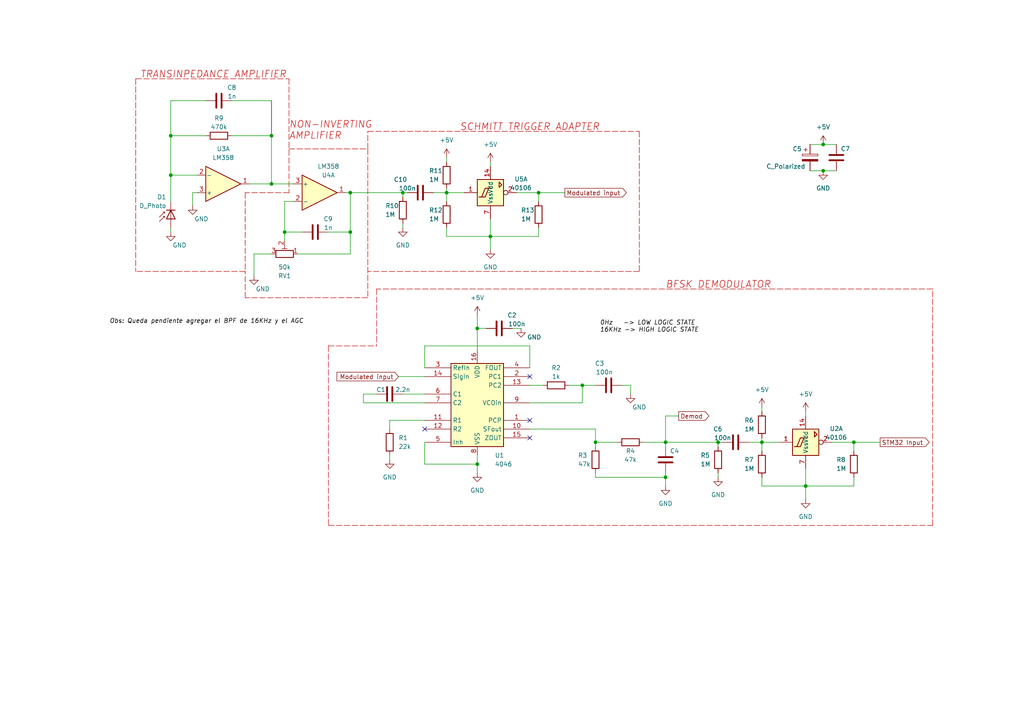
<source format=kicad_sch>
(kicad_sch (version 20230121) (generator eeschema)
  (paper "A4")
  (lib_symbols
    (symbol "4xxx_IEEE:40106"
      (property "Reference" "U" (at 5.08 5.08 0))
      (property "Value" "40106" (at 1.27 -5.08 0))
      (symbol "40106_0_0"
        (rectangle (start -3.81 3.81) (end 3.81 -3.81) (stroke (width 0.254)) (fill (type background)))
        (polyline (pts (xy -0.508 1.27) (xy -1.524 -1.27) (xy -2.54 -1.27) (xy -2.54 -1.27)) (stroke (width 0.254)) (fill (type background)))
        (polyline (pts (xy 0.254 1.27) (xy -1.524 1.27) (xy -2.54 -1.27) (xy -3.302 -1.27) (xy -3.302 -1.27)) (stroke (width 0.254)) (fill (type background)))
        (polyline (pts (xy 2.54 3.048) (xy 2.54 1.524) (xy 3.302 2.286) (xy 2.54 3.048) (xy 2.54 3.048)) (stroke (width 0.254)) (fill (type background)))
      )
      (symbol "40106_0_1"
        (pin power_in line (at 0 7.62 270) (length 3.81) (name "Vdd") (number "14"))
        (pin power_in line (at 0 -7.62 90) (length 3.81) (name "Vss") (number "7"))
      )
      (symbol "40106_1_1"
        (pin input line (at -7.62 0 0) (length 3.81) (name "~") (number "1"))
        (pin output inverted (at 7.62 0 180) (length 3.81) (name "~") (number "2"))
      )
      (symbol "40106_2_1"
        (pin input line (at -7.62 0 0) (length 3.81) (name "~") (number "3"))
        (pin output inverted (at 7.62 0 180) (length 3.81) (name "~") (number "4"))
      )
      (symbol "40106_3_1"
        (pin input line (at -7.62 0 0) (length 3.81) (name "~") (number "5"))
        (pin output inverted (at 7.62 0 180) (length 3.81) (name "~") (number "6"))
      )
      (symbol "40106_4_1"
        (pin output inverted (at 7.62 0 180) (length 3.81) (name "~") (number "8"))
        (pin input line (at -7.62 0 0) (length 3.81) (name "~") (number "9"))
      )
      (symbol "40106_5_1"
        (pin output inverted (at 7.62 0 180) (length 3.81) (name "~") (number "10"))
        (pin input line (at -7.62 0 0) (length 3.81) (name "~") (number "11"))
      )
      (symbol "40106_6_1"
        (pin output inverted (at 7.62 0 180) (length 3.81) (name "~") (number "12"))
        (pin input line (at -7.62 0 0) (length 3.81) (name "~") (number "13"))
      )
    )
    (symbol "4xxx_IEEE:4046"
      (property "Reference" "U" (at 8.89 12.7 0))
      (property "Value" "4046" (at 8.89 -15.24 0))
      (symbol "4046_0_1"
        (rectangle (start -7.62 11.43) (end 7.62 -12.7) (stroke (width 0.254)) (fill (type background)))
        (pin power_in line (at 0 15.24 270) (length 3.81) (name "VDD") (number "16"))
        (pin power_in line (at 0 -15.24 90) (length 2.54) (name "VSS") (number "8"))
      )
      (symbol "4046_1_1"
        (pin output line (at 15.24 -5.08 180) (length 7.62) (name "PCP") (number "1"))
        (pin output line (at 15.24 -7.62 180) (length 7.62) (name "SFout") (number "10"))
        (pin input line (at -15.24 -5.08 0) (length 7.62) (name "R1") (number "11"))
        (pin input line (at -15.24 -7.62 0) (length 7.62) (name "R2") (number "12"))
        (pin tri_state line (at 15.24 5.08 180) (length 7.62) (name "PC2") (number "13"))
        (pin input line (at -15.24 7.62 0) (length 7.62) (name "SigIn") (number "14"))
        (pin output line (at 15.24 -10.16 180) (length 7.62) (name "ZOUT") (number "15"))
        (pin output line (at 15.24 7.62 180) (length 7.62) (name "PC1") (number "2"))
        (pin input line (at -15.24 10.16 0) (length 7.62) (name "RefIn") (number "3"))
        (pin input line (at 15.24 10.16 180) (length 7.62) (name "FOUT") (number "4"))
        (pin input line (at -15.24 -11.43 0) (length 7.62) (name "Inh") (number "5"))
        (pin input line (at -15.24 2.54 0) (length 7.62) (name "C1") (number "6"))
        (pin input line (at -15.24 0 0) (length 7.62) (name "C2") (number "7"))
        (pin input line (at 15.24 0 180) (length 7.62) (name "VCOin") (number "9"))
      )
    )
    (symbol "Amplifier_Operational:LM358" (pin_names (offset 0.127))
      (property "Reference" "U" (at 0 5.08 0))
      (property "Value" "LM358" (at 0 -5.08 0))
      (symbol "LM358_1_1"
        (polyline (pts (xy -5.08 5.08) (xy 5.08 0) (xy -5.08 -5.08) (xy -5.08 5.08)) (stroke (width 0.254)) (fill (type background)))
        (pin output line (at 7.62 0 180) (length 2.54) (name "~") (number "1"))
        (pin input line (at -7.62 -2.54 0) (length 2.54) (name "-") (number "2"))
        (pin input line (at -7.62 2.54 0) (length 2.54) (name "+") (number "3"))
      )
      (symbol "LM358_2_1"
        (polyline (pts (xy -5.08 5.08) (xy 5.08 0) (xy -5.08 -5.08) (xy -5.08 5.08)) (stroke (width 0.254)) (fill (type background)))
        (pin input line (at -7.62 2.54 0) (length 2.54) (name "+") (number "5"))
        (pin input line (at -7.62 -2.54 0) (length 2.54) (name "-") (number "6"))
        (pin output line (at 7.62 0 180) (length 2.54) (name "~") (number "7"))
      )
      (symbol "LM358_3_1"
        (pin power_in line (at -2.54 -7.62 90) (length 3.81) (name "V-") (number "4"))
        (pin power_in line (at -2.54 7.62 270) (length 3.81) (name "V+") (number "8"))
      )
    )
    (symbol "Device:C" (pin_numbers hide) (pin_names (offset 0.254))
      (property "Reference" "C" (at 0.635 2.54 0))
      (property "Value" "C" (at 0.635 -2.54 0))
      (symbol "C_0_1"
        (polyline (pts (xy -2.032 -0.762) (xy 2.032 -0.762)) (stroke (width 0.508)))
        (polyline (pts (xy -2.032 0.762) (xy 2.032 0.762)) (stroke (width 0.508)))
      )
      (symbol "C_1_1"
        (pin passive line (at 0 3.81 270) (length 2.794) (name "~") (number "1"))
        (pin passive line (at 0 -3.81 90) (length 2.794) (name "~") (number "2"))
      )
    )
    (symbol "Device:C_Polarized" (pin_numbers hide) (pin_names (offset 0.254))
      (property "Reference" "C" (at 0.635 2.54 0))
      (property "Value" "C_Polarized" (at 0.635 -2.54 0))
      (symbol "C_Polarized_0_1"
        (rectangle (start -2.286 0.508) (end 2.286 1.016))
        (polyline (pts (xy -1.778 2.286) (xy -0.762 2.286)))
        (polyline (pts (xy -1.27 2.794) (xy -1.27 1.778)))
        (rectangle (start 2.286 -0.508) (end -2.286 -1.016) (fill (type outline)))
      )
      (symbol "C_Polarized_1_1"
        (pin passive line (at 0 3.81 270) (length 2.794) (name "~") (number "1"))
        (pin passive line (at 0 -3.81 90) (length 2.794) (name "~") (number "2"))
      )
    )
    (symbol "Device:D_Photo" (pin_numbers hide) (pin_names hide)
      (property "Reference" "D" (at 0.508 1.778 0))
      (property "Value" "D_Photo" (at -1.016 -2.794 0))
      (symbol "D_Photo_0_1"
        (polyline (pts (xy -2.54 1.27) (xy -2.54 -1.27)) (stroke (width 0.254)))
        (polyline (pts (xy -2.032 1.778) (xy -1.524 1.778)))
        (polyline (pts (xy 0 0) (xy -2.54 0)))
        (polyline (pts (xy -0.508 3.302) (xy -2.032 1.778) (xy -2.032 2.286)))
        (polyline (pts (xy 0 -1.27) (xy 0 1.27) (xy -2.54 0) (xy 0 -1.27)) (stroke (width 0.254)))
        (polyline (pts (xy 0.762 3.302) (xy -0.762 1.778) (xy -0.762 2.286) (xy -0.762 1.778) (xy -0.254 1.778)))
      )
      (symbol "D_Photo_1_1"
        (pin passive line (at -5.08 0 0) (length 2.54) (name "K") (number "1"))
        (pin passive line (at 2.54 0 180) (length 2.54) (name "A") (number "2"))
      )
    )
    (symbol "Device:R" (pin_numbers hide) (pin_names (offset 0))
      (property "Reference" "R" (at 2.032 0 90))
      (property "Value" "R" (at 0 0 90))
      (symbol "R_0_1"
        (rectangle (start -1.016 -2.54) (end 1.016 2.54) (stroke (width 0.254)))
      )
      (symbol "R_1_1"
        (pin passive line (at 0 3.81 270) (length 1.27) (name "~") (number "1"))
        (pin passive line (at 0 -3.81 90) (length 1.27) (name "~") (number "2"))
      )
    )
    (symbol "Device:R_Potentiometer_Trim" (pin_names (offset 1.016) hide)
      (property "Reference" "RV" (at -4.445 0 90))
      (property "Value" "R_Potentiometer_Trim" (at -2.54 0 90))
      (symbol "R_Potentiometer_Trim_0_1"
        (polyline (pts (xy 1.524 0.762) (xy 1.524 -0.762)))
        (polyline (pts (xy 2.54 0) (xy 1.524 0)))
        (rectangle (start 1.016 2.54) (end -1.016 -2.54) (stroke (width 0.254)))
      )
      (symbol "R_Potentiometer_Trim_1_1"
        (pin passive line (at 0 3.81 270) (length 1.27) (name "1") (number "1"))
        (pin passive line (at 3.81 0 180) (length 1.27) (name "2") (number "2"))
        (pin passive line (at 0 -3.81 90) (length 1.27) (name "3") (number "3"))
      )
    )
    (symbol "power:+5V" (power) (pin_names (offset 0))
      (property "Value" "+5V" (at 0 3.556 0))
      (symbol "+5V_0_1"
        (polyline (pts (xy -0.762 1.27) (xy 0 2.54)))
        (polyline (pts (xy 0 0) (xy 0 2.54)))
        (polyline (pts (xy 0 2.54) (xy 0.762 1.27)))
      )
      (symbol "+5V_1_1"
        (pin power_in line (at 0 0 90) (length 0) hide (name "+5V") (number "1"))
      )
    )
    (symbol "power:GND" (power) (pin_names (offset 0))
      (property "Value" "GND" (at 0 -3.81 0))
      (symbol "GND_0_1"
        (polyline (pts (xy 0 0) (xy 0 -1.27) (xy 1.27 -1.27) (xy 0 -2.54) (xy -1.27 -1.27) (xy 0 -1.27)))
      )
      (symbol "GND_1_1"
        (pin power_in line (at 0 0 270) (length 0) hide (name "GND") (number "1"))
      )
    )
  )
  (junction (at 220.98 128.27))
  (junction (at 129.54 55.88))
  (junction (at 168.91 111.76))
  (junction (at 142.24 68.58))
  (junction (at 101.6 67.31))
  (junction (at 82.55 67.31))
  (junction (at 116.84 55.88))
  (junction (at 78.74 39.37))
  (junction (at 238.76 41.91))
  (junction (at 193.04 128.27))
  (junction (at 172.72 128.27))
  (junction (at 193.04 138.43))
  (junction (at 238.76 49.53))
  (junction (at 138.43 134.62))
  (junction (at 138.43 95.25))
  (junction (at 247.65 128.27))
  (junction (at 156.21 55.88))
  (junction (at 208.28 128.27))
  (junction (at 233.68 140.97))
  (junction (at 49.53 39.37))
  (junction (at 49.53 50.8))
  (junction (at 78.74 53.34))
  (junction (at 101.6 55.88))
  (no_connect (at 123.19 124.46))
  (no_connect (at 153.67 109.22))
  (no_connect (at 153.67 121.92))
  (no_connect (at 153.67 127))
  (wire (pts (xy 49.53 50.8) (xy 57.15 50.8)))
  (wire (pts (xy 138.43 132.08) (xy 138.43 134.62)))
  (wire (pts (xy 115.57 109.22) (xy 123.19 109.22)))
  (wire (pts (xy 125.73 55.88) (xy 129.54 55.88)))
  (wire (pts (xy 101.6 73.66) (xy 101.6 67.31)))
  (wire (pts (xy 172.72 128.27) (xy 179.07 128.27)))
  (polyline (pts (xy 185.42 38.1) (xy 185.42 78.74)) (stroke (width 0) (type dash) (color 194 0 0 1)))
  (wire (pts (xy 113.03 132.08) (xy 113.03 133.35)))
  (polyline (pts (xy 106.68 86.36) (xy 71.12 86.36)) (stroke (width 0) (type dash) (color 194 0 0 1)))
  (wire (pts (xy 172.72 128.27) (xy 172.72 129.54)))
  (wire (pts (xy 129.54 55.88) (xy 129.54 58.42)))
  (wire (pts (xy 193.04 120.65) (xy 196.85 120.65)))
  (wire (pts (xy 82.55 58.42) (xy 82.55 67.31)))
  (wire (pts (xy 193.04 138.43) (xy 193.04 140.97)))
  (wire (pts (xy 172.72 124.46) (xy 172.72 128.27)))
  (wire (pts (xy 85.09 58.42) (xy 82.55 58.42)))
  (wire (pts (xy 156.21 58.42) (xy 156.21 55.88)))
  (wire (pts (xy 123.19 100.33) (xy 153.67 100.33)))
  (wire (pts (xy 129.54 55.88) (xy 134.62 55.88)))
  (wire (pts (xy 233.68 119.38) (xy 233.68 120.65)))
  (wire (pts (xy 138.43 95.25) (xy 138.43 101.6)))
  (wire (pts (xy 49.53 66.04) (xy 49.53 67.31)))
  (wire (pts (xy 49.53 58.42) (xy 49.53 50.8)))
  (wire (pts (xy 217.17 128.27) (xy 220.98 128.27)))
  (wire (pts (xy 208.28 137.16) (xy 208.28 138.43)))
  (wire (pts (xy 101.6 55.88) (xy 116.84 55.88)))
  (wire (pts (xy 238.76 49.53) (xy 242.57 49.53)))
  (wire (pts (xy 193.04 128.27) (xy 208.28 128.27)))
  (polyline (pts (xy 106.68 38.1) (xy 185.42 38.1)) (stroke (width 0) (type dash) (color 194 0 0 1)))
  (polyline (pts (xy 270.51 83.82) (xy 109.22 83.82)) (stroke (width 0) (type dash) (color 194 0 0 1)))
  (wire (pts (xy 168.91 111.76) (xy 172.72 111.76)))
  (wire (pts (xy 168.91 116.84) (xy 168.91 111.76)))
  (wire (pts (xy 220.98 138.43) (xy 220.98 140.97)))
  (wire (pts (xy 220.98 140.97) (xy 233.68 140.97)))
  (wire (pts (xy 233.68 135.89) (xy 233.68 140.97)))
  (wire (pts (xy 138.43 95.25) (xy 140.97 95.25)))
  (wire (pts (xy 220.98 128.27) (xy 226.06 128.27)))
  (wire (pts (xy 238.76 41.91) (xy 242.57 41.91)))
  (wire (pts (xy 129.54 45.72) (xy 129.54 46.99)))
  (polyline (pts (xy 106.68 43.18) (xy 106.68 38.1)) (stroke (width 0) (type dash) (color 194 0 0 1)))
  (wire (pts (xy 247.65 128.27) (xy 255.27 128.27)))
  (polyline (pts (xy 71.12 86.36) (xy 71.12 78.74)) (stroke (width 0) (type dash) (color 194 0 0 1)))
  (wire (pts (xy 109.22 114.3) (xy 105.41 114.3)))
  (polyline (pts (xy 39.37 22.86) (xy 39.37 78.74)) (stroke (width 0) (type dash) (color 194 0 0 1)))
  (wire (pts (xy 129.54 66.04) (xy 129.54 68.58)))
  (polyline (pts (xy 95.25 100.33) (xy 95.25 152.4)) (stroke (width 0) (type dash) (color 194 0 0 1)))
  (wire (pts (xy 247.65 130.81) (xy 247.65 128.27)))
  (wire (pts (xy 55.88 59.69) (xy 55.88 55.88)))
  (wire (pts (xy 138.43 91.44) (xy 138.43 95.25)))
  (wire (pts (xy 208.28 128.27) (xy 209.55 128.27)))
  (polyline (pts (xy 83.82 22.86) (xy 83.82 55.88)) (stroke (width 0) (type dash) (color 194 0 0 1)))
  (wire (pts (xy 165.1 111.76) (xy 168.91 111.76)))
  (polyline (pts (xy 95.25 100.33) (xy 109.22 100.33)) (stroke (width 0) (type dash) (color 194 0 0 1)))
  (wire (pts (xy 233.68 140.97) (xy 233.68 144.78)))
  (wire (pts (xy 234.95 41.91) (xy 238.76 41.91)))
  (wire (pts (xy 182.88 111.76) (xy 182.88 114.3)))
  (wire (pts (xy 116.84 64.77) (xy 116.84 66.04)))
  (wire (pts (xy 78.74 53.34) (xy 85.09 53.34)))
  (wire (pts (xy 129.54 54.61) (xy 129.54 55.88)))
  (wire (pts (xy 105.41 114.3) (xy 105.41 116.84)))
  (polyline (pts (xy 106.68 43.18) (xy 106.68 86.36)) (stroke (width 0) (type dash) (color 194 0 0 1)))
  (wire (pts (xy 59.69 39.37) (xy 49.53 39.37)))
  (wire (pts (xy 138.43 134.62) (xy 138.43 137.16)))
  (wire (pts (xy 153.67 100.33) (xy 153.67 106.68)))
  (wire (pts (xy 156.21 66.04) (xy 156.21 68.58)))
  (wire (pts (xy 241.3 128.27) (xy 247.65 128.27)))
  (wire (pts (xy 49.53 39.37) (xy 49.53 50.8)))
  (wire (pts (xy 142.24 46.99) (xy 142.24 48.26)))
  (wire (pts (xy 142.24 63.5) (xy 142.24 68.58)))
  (wire (pts (xy 220.98 127) (xy 220.98 128.27)))
  (wire (pts (xy 78.74 39.37) (xy 78.74 53.34)))
  (wire (pts (xy 78.74 29.21) (xy 78.74 39.37)) (stroke (width 0) (color 0 0 132 1)))
  (wire (pts (xy 78.74 53.34) (xy 72.39 53.34)))
  (wire (pts (xy 156.21 68.58) (xy 142.24 68.58)))
  (polyline (pts (xy 71.12 55.88) (xy 71.12 78.74)) (stroke (width 0) (type dash) (color 194 0 0 1)))
  (wire (pts (xy 153.67 111.76) (xy 157.48 111.76)))
  (wire (pts (xy 59.69 29.21) (xy 49.53 29.21)))
  (wire (pts (xy 220.98 118.11) (xy 220.98 119.38)))
  (polyline (pts (xy 95.25 152.4) (xy 270.51 152.4)) (stroke (width 0) (type dash) (color 194 0 0 1)))
  (wire (pts (xy 82.55 67.31) (xy 82.55 69.85)))
  (wire (pts (xy 116.84 55.88) (xy 116.84 57.15)))
  (wire (pts (xy 153.67 116.84) (xy 168.91 116.84)))
  (wire (pts (xy 193.04 120.65) (xy 193.04 128.27)))
  (wire (pts (xy 193.04 128.27) (xy 193.04 129.54)))
  (wire (pts (xy 234.95 49.53) (xy 238.76 49.53)))
  (wire (pts (xy 67.31 29.21) (xy 78.74 29.21)))
  (wire (pts (xy 55.88 55.88) (xy 57.15 55.88)))
  (polyline (pts (xy 109.22 83.82) (xy 109.22 100.33)) (stroke (width 0) (type dash) (color 194 0 0 1)))
  (wire (pts (xy 73.66 73.66) (xy 73.66 80.01)))
  (wire (pts (xy 148.59 95.25) (xy 151.13 95.25)))
  (polyline (pts (xy 71.12 78.74) (xy 39.37 78.74)) (stroke (width 0) (type dash) (color 194 0 0 1)))
  (wire (pts (xy 156.21 55.88) (xy 163.83 55.88)))
  (wire (pts (xy 208.28 128.27) (xy 208.28 129.54)))
  (wire (pts (xy 101.6 55.88) (xy 100.33 55.88)))
  (wire (pts (xy 247.65 138.43) (xy 247.65 140.97)))
  (wire (pts (xy 49.53 29.21) (xy 49.53 39.37)))
  (polyline (pts (xy 270.51 152.4) (xy 270.51 83.82)) (stroke (width 0) (type dash) (color 194 0 0 1)))
  (wire (pts (xy 67.31 39.37) (xy 78.74 39.37)))
  (wire (pts (xy 220.98 128.27) (xy 220.98 130.81)))
  (wire (pts (xy 95.25 67.31) (xy 101.6 67.31)))
  (wire (pts (xy 78.74 73.66) (xy 73.66 73.66)))
  (wire (pts (xy 180.34 111.76) (xy 182.88 111.76)))
  (wire (pts (xy 172.72 138.43) (xy 193.04 138.43)))
  (wire (pts (xy 123.19 134.62) (xy 138.43 134.62)))
  (wire (pts (xy 123.19 121.92) (xy 113.03 121.92)))
  (wire (pts (xy 153.67 124.46) (xy 172.72 124.46)))
  (wire (pts (xy 193.04 137.16) (xy 193.04 138.43)))
  (wire (pts (xy 116.84 114.3) (xy 123.19 114.3)))
  (wire (pts (xy 123.19 106.68) (xy 123.19 100.33)))
  (wire (pts (xy 129.54 68.58) (xy 142.24 68.58)))
  (wire (pts (xy 82.55 67.31) (xy 87.63 67.31)))
  (wire (pts (xy 247.65 140.97) (xy 233.68 140.97)))
  (polyline (pts (xy 83.82 43.18) (xy 106.68 43.18)) (stroke (width 0) (type dash) (color 194 0 0 1)))
  (wire (pts (xy 142.24 68.58) (xy 142.24 72.39)))
  (wire (pts (xy 105.41 116.84) (xy 123.19 116.84)))
  (wire (pts (xy 149.86 55.88) (xy 156.21 55.88)))
  (polyline (pts (xy 185.42 78.74) (xy 106.68 78.74)) (stroke (width 0) (type dash) (color 194 0 0 1)))
  (polyline (pts (xy 39.37 22.86) (xy 83.82 22.86)) (stroke (width 0) (type dash) (color 194 0 0 1)))
  (wire (pts (xy 123.19 128.27) (xy 123.19 134.62)))
  (wire (pts (xy 116.84 55.88) (xy 118.11 55.88)))
  (wire (pts (xy 186.69 128.27) (xy 193.04 128.27)))
  (polyline (pts (xy 83.82 55.88) (xy 71.12 55.88)) (stroke (width 0) (type dash) (color 194 0 0 1)))
  (wire (pts (xy 172.72 138.43) (xy 172.72 137.16)))
  (wire (pts (xy 113.03 121.92) (xy 113.03 124.46)))
  (wire (pts (xy 86.36 73.66) (xy 101.6 73.66)))
  (wire (pts (xy 101.6 67.31) (xy 101.6 55.88)))
  (text "NON-INVERTING\nAMPLIFIER" (at 83.82 40.64 0) (effects (font (size 2 2) italic) (justify left bottom)))
  (text "TRANSINPEDANCE AMPLIFIER" (at 40.64 22.86 0) (effects (font (size 2 2) italic) (justify left bottom)))
  (text "SCHMITT TRIGGER ADAPTER" (at 133.35 38.1 0) (effects (font (size 2 2) italic) (justify left bottom)))
  (text "0Hz	  -> LOW LOGIC STATE\n16KHz -> HIGH LOGIC STATE" (at 173.99 96.52 0) (effects (font (size 1.27 1.27) italic) (justify left bottom)))
  (text "Obs: Queda pendiente agregar el BPF de 16KHz y el AGC" (at 31.75 93.98 0) (effects (font (size 1.27 1.27) italic) (justify left bottom)))
  (text "BFSK DEMODULATOR" (at 193.04 83.82 0) (effects (font (size 2 2) italic) (justify left bottom)))
  (global_label "Modulated input" (shape input) (at 115.57 109.22 180) (property "Intersheetrefs" "${INTERSHEET_REFS}" (effects hide)))
  (global_label "Demod" (shape output) (at 196.85 120.65 0) (property "Intersheetrefs" "${INTERSHEET_REFS}" (effects hide)))
  (global_label "STM32 Input" (shape output) (at 255.27 128.27 0) (property "Intersheetrefs" "${INTERSHEET_REFS}" (effects hide)))
  (global_label "Modulated input" (shape output) (at 163.83 55.88 0) (property "Intersheetrefs" "${INTERSHEET_REFS}" (effects hide)))
  (symbol (lib_id "Device:R") (at 220.98 134.62 0) (unit 1)
    (property "Reference" "R7" (at 215.9 133.35 0) (effects (justify left)))
    (property "Value" "1M" (at 215.9 135.89 0) (effects (justify left)))
  )
  (symbol (lib_id "power:+5V") (at 233.68 119.38 0) (unit 1)
    (property "Reference" "#PWR011" (effects hide))
    (property "Value" "+5V" (at 233.68 114.3 0))
  )
  (symbol (lib_id "4xxx_IEEE:4046") (at 138.43 116.84 0) (unit 1)
    (property "Reference" "U1" (at 143.51 132.08 0) (effects (justify left)))
    (property "Value" "4046" (at 143.51 134.62 0) (effects (justify left)))
  )
  (symbol (lib_id "Amplifier_Operational:LM358") (at 64.77 53.34 0) (mirror x) (unit 1)
    (property "Reference" "U3" (at 64.77 43.18 0))
    (property "Value" "LM358" (at 64.77 45.72 0))
    (property "Datasheet" "http://www.ti.com/lit/ds/symlink/lm2904-n.pdf" (effects hide))
  )
  (symbol (lib_id "Device:C_Polarized") (at 234.95 45.72 0) (unit 1)
    (property "Reference" "C5" (at 229.87 43.18 0) (effects (justify left)))
    (property "Value" "C_Polarized" (at 222.25 48.26 0) (effects (justify left)))
  )
  (symbol (lib_id "Device:C") (at 113.03 114.3 90) (unit 1)
    (property "Reference" "C1" (at 110.49 113.03 90))
    (property "Value" "2.2n" (at 116.84 113.03 90))
  )
  (symbol (lib_id "Device:R") (at 113.03 128.27 0) (unit 1)
    (property "Reference" "R1" (at 115.57 127 0) (effects (justify left)))
    (property "Value" "22k" (at 115.57 129.54 0) (effects (justify left)))
  )
  (symbol (lib_id "power:GND") (at 182.88 114.3 0) (unit 1)
    (property "Reference" "#PWR05" (effects hide))
    (property "Value" "GND" (at 185.42 118.11 0))
  )
  (symbol (lib_id "power:+5V") (at 238.76 41.91 0) (unit 1)
    (property "Reference" "#PWR08" (effects hide))
    (property "Value" "+5V" (at 238.76 36.83 0))
  )
  (symbol (lib_id "Device:R") (at 247.65 134.62 0) (unit 1)
    (property "Reference" "R8" (at 242.57 133.35 0) (effects (justify left)))
    (property "Value" "1M" (at 242.57 135.89 0) (effects (justify left)))
  )
  (symbol (lib_id "Device:R") (at 208.28 133.35 0) (unit 1)
    (property "Reference" "R5" (at 203.2 132.08 0) (effects (justify left)))
    (property "Value" "1M" (at 203.2 134.62 0) (effects (justify left)))
  )
  (symbol (lib_id "power:GND") (at 193.04 140.97 0) (unit 1)
    (property "Reference" "#PWR06" (effects hide))
    (property "Value" "GND" (at 193.04 146.05 0))
  )
  (symbol (lib_id "Device:R") (at 63.5 39.37 90) (unit 1)
    (property "Reference" "R9" (at 63.5 34.29 90))
    (property "Value" "470k" (at 63.5 36.83 90))
  )
  (symbol (lib_id "Device:C") (at 176.53 111.76 90) (unit 1)
    (property "Reference" "C3" (at 175.26 105.41 90) (effects (justify left)))
    (property "Value" "100n" (at 177.8 107.95 90) (effects (justify left)))
  )
  (symbol (lib_id "power:GND") (at 138.43 137.16 0) (unit 1)
    (property "Reference" "#PWR03" (effects hide))
    (property "Value" "GND" (at 138.43 142.24 0))
  )
  (symbol (lib_id "power:GND") (at 113.03 133.35 0) (unit 1)
    (property "Reference" "#PWR01" (effects hide))
    (property "Value" "GND" (at 113.03 138.43 0))
  )
  (symbol (lib_id "Device:C") (at 213.36 128.27 90) (unit 1)
    (property "Reference" "C6" (at 209.55 124.46 90) (effects (justify left)))
    (property "Value" "100n" (at 212.09 127 90) (effects (justify left)))
  )
  (symbol (lib_id "4xxx_IEEE:40106") (at 233.68 128.27 0) (unit 1)
    (property "Reference" "U2" (at 242.57 124.3331 0))
    (property "Value" "40106" (at 242.57 126.8731 0))
  )
  (symbol (lib_id "power:+5V") (at 142.24 46.99 0) (unit 1)
    (property "Reference" "#PWR018" (effects hide))
    (property "Value" "+5V" (at 142.24 41.91 0))
  )
  (symbol (lib_id "power:+5V") (at 138.43 91.44 0) (unit 1)
    (property "Reference" "#PWR02" (effects hide))
    (property "Value" "+5V" (at 138.43 86.36 0))
  )
  (symbol (lib_id "power:+5V") (at 220.98 118.11 0) (unit 1)
    (property "Reference" "#PWR010" (effects hide))
    (property "Value" "+5V" (at 220.98 113.03 0))
  )
  (symbol (lib_id "Device:R") (at 116.84 60.96 0) (unit 1)
    (property "Reference" "R10" (at 111.76 59.69 0) (effects (justify left)))
    (property "Value" "1M" (at 111.76 62.23 0) (effects (justify left)))
  )
  (symbol (lib_id "Device:C") (at 63.5 29.21 90) (unit 1)
    (property "Reference" "C8" (at 68.58 25.4 90) (effects (justify left)))
    (property "Value" "1n" (at 68.58 27.94 90) (effects (justify left)))
  )
  (symbol (lib_id "Device:R") (at 129.54 50.8 0) (unit 1)
    (property "Reference" "R11" (at 124.46 49.53 0) (effects (justify left)))
    (property "Value" "1M" (at 124.46 52.07 0) (effects (justify left)))
  )
  (symbol (lib_id "power:GND") (at 55.88 59.69 0) (unit 1)
    (property "Reference" "#PWR014" (effects hide))
    (property "Value" "GND" (at 58.42 63.5 0))
  )
  (symbol (lib_id "power:GND") (at 233.68 144.78 0) (unit 1)
    (property "Reference" "#PWR012" (effects hide))
    (property "Value" "GND" (at 233.68 149.86 0))
  )
  (symbol (lib_id "power:GND") (at 208.28 138.43 0) (unit 1)
    (property "Reference" "#PWR07" (effects hide))
    (property "Value" "GND" (at 208.28 143.51 0))
  )
  (symbol (lib_id "Device:C") (at 121.92 55.88 90) (unit 1)
    (property "Reference" "C10" (at 118.11 52.07 90) (effects (justify left)))
    (property "Value" "100n" (at 120.65 54.61 90) (effects (justify left)))
  )
  (symbol (lib_id "Amplifier_Operational:LM358") (at 92.71 55.88 0) (unit 1)
    (property "Reference" "U4" (at 95.25 50.8 0))
    (property "Value" "LM358" (at 95.25 48.26 0))
    (property "Datasheet" "http://www.ti.com/lit/ds/symlink/lm2904-n.pdf" (effects hide))
  )
  (symbol (lib_id "power:GND") (at 49.53 67.31 0) (unit 1)
    (property "Reference" "#PWR013" (effects hide))
    (property "Value" "GND" (at 52.07 71.12 0))
  )
  (symbol (lib_id "Device:R_Potentiometer_Trim") (at 82.55 73.66 270) (mirror x) (unit 1)
    (property "Reference" "RV1" (at 82.55 80.01 90))
    (property "Value" "50k" (at 82.55 77.47 90))
  )
  (symbol (lib_id "Device:R") (at 220.98 123.19 0) (unit 1)
    (property "Reference" "R6" (at 215.9 121.92 0) (effects (justify left)))
    (property "Value" "1M" (at 215.9 124.46 0) (effects (justify left)))
  )
  (symbol (lib_id "power:GND") (at 151.13 95.25 0) (unit 1)
    (property "Reference" "#PWR04" (effects hide))
    (property "Value" "GND" (at 154.94 97.79 0))
  )
  (symbol (lib_id "Device:R") (at 161.29 111.76 90) (unit 1)
    (property "Reference" "R2" (at 161.29 106.68 90))
    (property "Value" "1k" (at 161.29 109.22 90))
  )
  (symbol (lib_id "power:GND") (at 73.66 80.01 0) (unit 1)
    (property "Reference" "#PWR015" (effects hide))
    (property "Value" "GND" (at 76.2 83.82 0))
  )
  (symbol (lib_id "Device:R") (at 129.54 62.23 0) (unit 1)
    (property "Reference" "R12" (at 124.46 60.96 0) (effects (justify left)))
    (property "Value" "1M" (at 124.46 63.5 0) (effects (justify left)))
  )
  (symbol (lib_id "power:+5V") (at 129.54 45.72 0) (unit 1)
    (property "Reference" "#PWR017" (effects hide))
    (property "Value" "+5V" (at 129.54 40.64 0))
  )
  (symbol (lib_id "Device:C") (at 144.78 95.25 90) (unit 1)
    (property "Reference" "C2" (at 149.86 91.44 90) (effects (justify left)))
    (property "Value" "100n" (at 152.4 93.98 90) (effects (justify left)))
  )
  (symbol (lib_id "Device:R") (at 156.21 62.23 0) (unit 1)
    (property "Reference" "R13" (at 151.13 60.96 0) (effects (justify left)))
    (property "Value" "1M" (at 151.13 63.5 0) (effects (justify left)))
  )
  (symbol (lib_id "power:GND") (at 142.24 72.39 0) (unit 1)
    (property "Reference" "#PWR019" (effects hide))
    (property "Value" "GND" (at 142.24 77.47 0))
  )
  (symbol (lib_id "power:GND") (at 238.76 49.53 0) (unit 1)
    (property "Reference" "#PWR09" (effects hide))
    (property "Value" "GND" (at 238.76 54.61 0))
  )
  (symbol (lib_id "Device:D_Photo") (at 49.53 63.5 90) (mirror x) (unit 1)
    (property "Reference" "D1" (at 48.26 57.15 90) (effects (justify left)))
    (property "Value" "D_Photo" (at 48.26 59.69 90) (effects (justify left)))
  )
  (symbol (lib_id "Device:C") (at 91.44 67.31 90) (unit 1)
    (property "Reference" "C9" (at 96.52 63.5 90) (effects (justify left)))
    (property "Value" "1n" (at 96.52 66.04 90) (effects (justify left)))
  )
  (symbol (lib_id "4xxx_IEEE:40106") (at 142.24 55.88 0) (unit 1)
    (property "Reference" "U5" (at 151.13 51.9431 0))
    (property "Value" "40106" (at 151.13 54.4831 0))
  )
  (symbol (lib_id "Device:C") (at 193.04 133.35 0) (unit 1)
    (property "Reference" "C4" (at 194.31 130.81 0) (effects (justify left)))
    (property "Value" "2.2n" (effects hide))
  )
  (symbol (lib_id "Device:R") (at 182.88 128.27 90) (unit 1)
    (property "Reference" "R4" (at 182.88 130.81 90))
    (property "Value" "47k" (at 182.88 133.35 90))
  )
  (symbol (lib_id "power:GND") (at 116.84 66.04 0) (unit 1)
    (property "Reference" "#PWR016" (effects hide))
    (property "Value" "GND" (at 116.84 71.12 0))
  )
  (symbol (lib_id "Device:C") (at 242.57 45.72 0) (unit 1)
    (property "Reference" "C7" (at 243.84 43.18 0) (effects (justify left)))
    (property "Value" "2.2n" (effects hide))
  )
  (symbol (lib_id "Device:R") (at 172.72 133.35 0) (unit 1)
    (property "Reference" "R3" (at 167.64 132.08 0) (effects (justify left)))
    (property "Value" "47k" (at 167.64 134.62 0) (effects (justify left)))
  )
)
</source>
